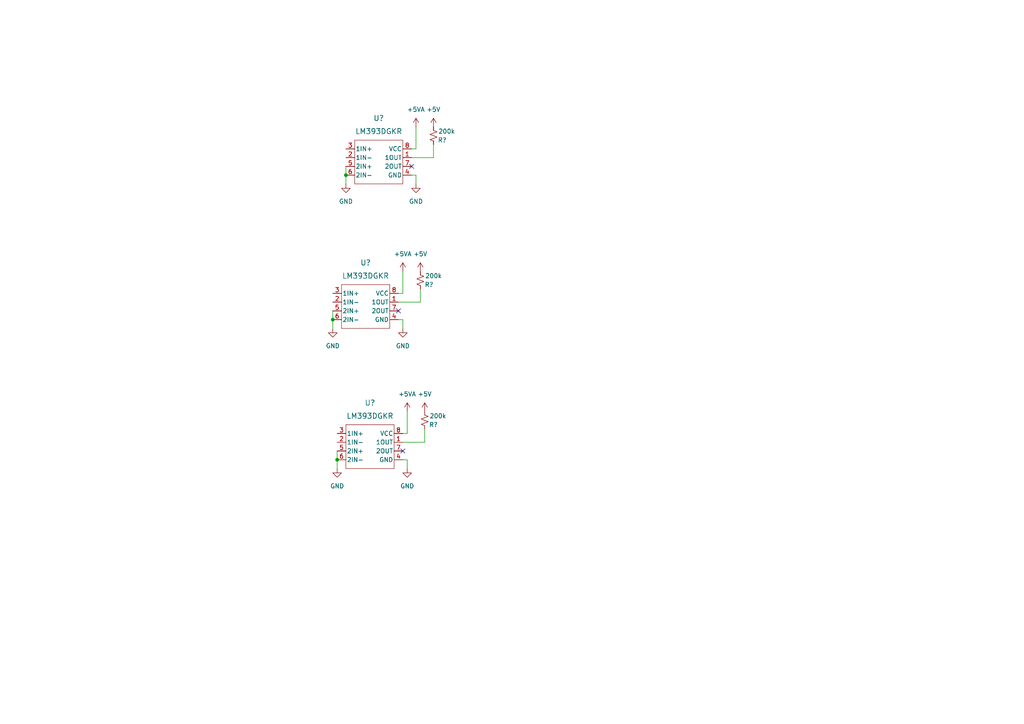
<source format=kicad_sch>
(kicad_sch (version 20211123) (generator eeschema)
  (paper "A4")
  (lib_symbols
    (symbol "Device:R_Small_US" (pin_numbers hide) (pin_names (offset 0.254) hide)
      (property "Reference" "R" (at 0.762 0.508 0))
      (property "Value" "R_Small_US" (at 0.762 -1.016 0))
      (symbol "R_Small_US_1_1"
        (polyline (pts (xy 0 0) (xy 1.016 -0.381) (xy 0 -0.762) (xy -1.016 -1.143) (xy 0 -1.524)))
        (polyline (pts (xy 0 1.524) (xy 1.016 1.143) (xy 0 0.762) (xy -1.016 0.381) (xy 0 0)))
        (pin passive line (at 0 2.54 270) (length 1.016) (name "~") (number "1"))
        (pin passive line (at 0 -2.54 90) (length 1.016) (name "~") (number "2"))
      )
    )
    (symbol "SymLib:LM393DGKR" (pin_names (offset 0.254))
      (property "Reference" "U" (at 22.86 3.81 0))
      (property "Value" "LM393DGKR" (at 29.21 -11.43 0))
      (symbol "LM393DGKR_0_1"
        (polyline (pts (xy 21.59 -10.16) (xy 35.56 -10.16)) (stroke (width 0.127)))
        (polyline (pts (xy 21.59 2.54) (xy 21.59 -10.16)) (stroke (width 0.127)))
        (polyline (pts (xy 35.56 -10.16) (xy 35.56 2.54)) (stroke (width 0.127)))
        (polyline (pts (xy 35.56 2.54) (xy 21.59 2.54)) (stroke (width 0.127)))
        (pin output line (at 38.1 -2.54 180) (length 2.54) (name "1OUT") (number "1"))
        (pin input line (at 19.05 -2.54 0) (length 2.54) (name "1IN-") (number "2"))
        (pin input line (at 19.05 0 0) (length 2.54) (name "1IN+") (number "3"))
        (pin power_in line (at 38.1 -7.62 180) (length 2.54) (name "GND") (number "4"))
        (pin input line (at 19.05 -5.08 0) (length 2.54) (name "2IN+") (number "5"))
        (pin input line (at 19.05 -7.62 0) (length 2.54) (name "2IN-") (number "6"))
        (pin output line (at 38.1 -5.08 180) (length 2.54) (name "2OUT") (number "7"))
        (pin power_in line (at 38.1 0 180) (length 2.54) (name "VCC") (number "8"))
      )
    )
    (symbol "power:+5V" (power) (pin_names (offset 0))
      (property "Value" "+5V" (at 0 3.556 0))
      (symbol "+5V_0_1"
        (polyline (pts (xy -0.762 1.27) (xy 0 2.54)))
        (polyline (pts (xy 0 0) (xy 0 2.54)))
        (polyline (pts (xy 0 2.54) (xy 0.762 1.27)))
      )
      (symbol "+5V_1_1"
        (pin power_in line (at 0 0 90) (length 0) hide (name "+5V") (number "1"))
      )
    )
    (symbol "power:+5VA" (power) (pin_names (offset 0))
      (property "Value" "+5VA" (at 0 3.556 0))
      (symbol "+5VA_0_1"
        (polyline (pts (xy -0.762 1.27) (xy 0 2.54)))
        (polyline (pts (xy 0 0) (xy 0 2.54)))
        (polyline (pts (xy 0 2.54) (xy 0.762 1.27)))
      )
      (symbol "+5VA_1_1"
        (pin power_in line (at 0 0 90) (length 0) hide (name "+5VA") (number "1"))
      )
    )
    (symbol "power:GND" (power) (pin_names (offset 0))
      (property "Value" "GND" (at 0 -3.81 0))
      (symbol "GND_0_1"
        (polyline (pts (xy 0 0) (xy 0 -1.27) (xy 1.27 -1.27) (xy 0 -2.54) (xy -1.27 -1.27) (xy 0 -1.27)))
      )
      (symbol "GND_1_1"
        (pin power_in line (at 0 0 270) (length 0) hide (name "GND") (number "1"))
      )
    )
  )
  (junction (at 100.33 50.8))
  (junction (at 96.52 92.71))
  (junction (at 97.79 133.35))
  (no_connect (at 116.84 130.81))
  (no_connect (at 115.57 90.17))
  (no_connect (at 119.38 48.26))
  (wire (pts (xy 116.84 128.27) (xy 123.19 128.27)))
  (wire (pts (xy 116.84 133.35) (xy 118.11 133.35)))
  (wire (pts (xy 125.73 41.91) (xy 125.73 45.72)))
  (wire (pts (xy 96.52 90.17) (xy 96.52 92.71)))
  (wire (pts (xy 116.84 92.71) (xy 116.84 95.25)))
  (wire (pts (xy 120.65 36.83) (xy 120.65 43.18)))
  (wire (pts (xy 100.33 48.26) (xy 100.33 50.8)))
  (wire (pts (xy 97.79 133.35) (xy 97.79 135.89)))
  (wire (pts (xy 118.11 133.35) (xy 118.11 135.89)))
  (wire (pts (xy 120.65 50.8) (xy 120.65 53.34)))
  (wire (pts (xy 100.33 50.8) (xy 100.33 53.34)))
  (wire (pts (xy 97.79 130.81) (xy 97.79 133.35)))
  (wire (pts (xy 115.57 92.71) (xy 116.84 92.71)))
  (wire (pts (xy 123.19 124.46) (xy 123.19 128.27)))
  (wire (pts (xy 119.38 43.18) (xy 120.65 43.18)))
  (wire (pts (xy 116.84 125.73) (xy 118.11 125.73)))
  (wire (pts (xy 119.38 45.72) (xy 125.73 45.72)))
  (wire (pts (xy 118.11 119.38) (xy 118.11 125.73)))
  (wire (pts (xy 116.84 78.74) (xy 116.84 85.09)))
  (wire (pts (xy 96.52 92.71) (xy 96.52 95.25)))
  (wire (pts (xy 119.38 50.8) (xy 120.65 50.8)))
  (wire (pts (xy 115.57 85.09) (xy 116.84 85.09)))
  (wire (pts (xy 121.92 83.82) (xy 121.92 87.63)))
  (wire (pts (xy 115.57 87.63) (xy 121.92 87.63)))
  (symbol (lib_id "power:+5V") (at 123.19 119.38 0) (unit 1)
    (property "Reference" "#PWR?" (effects hide))
    (property "Value" "+5V" (at 123.19 114.3 0))
  )
  (symbol (lib_id "SymLib:LM393DGKR") (at 77.47 85.09 0) (unit 1)
    (property "Reference" "U?" (at 106.045 76.2 0) (effects (font (size 1.524 1.524))))
    (property "Value" "LM393DGKR" (at 106.045 80.01 0) (effects (font (size 1.524 1.524))))
    (property "Footprint" "DGK8" (effects hide))
    (property "Datasheet" "LM393DGKR" (effects hide))
  )
  (symbol (lib_id "Device:R_Small_US") (at 121.92 81.28 0) (unit 1)
    (property "Reference" "R?" (at 124.46 82.55 0))
    (property "Value" "200k" (at 125.73 80.01 0))
    (property "Footprint" "Resistor_SMD:R_0603_1608Metric" (effects hide))
  )
  (symbol (lib_id "SymLib:LM393DGKR") (at 78.74 125.73 0) (unit 1)
    (property "Reference" "U?" (at 107.315 116.84 0) (effects (font (size 1.524 1.524))))
    (property "Value" "LM393DGKR" (at 107.315 120.65 0) (effects (font (size 1.524 1.524))))
    (property "Footprint" "DGK8" (effects hide))
    (property "Datasheet" "LM393DGKR" (effects hide))
  )
  (symbol (lib_id "power:+5VA") (at 116.84 78.74 0) (unit 1)
    (property "Reference" "#PWR?" (effects hide))
    (property "Value" "+5VA" (at 116.84 73.66 0))
  )
  (symbol (lib_id "power:GND") (at 120.65 53.34 0) (unit 1)
    (property "Reference" "#PWR?" (effects hide))
    (property "Value" "GND" (at 120.65 58.42 0))
  )
  (symbol (lib_id "power:+5VA") (at 120.65 36.83 0) (unit 1)
    (property "Reference" "#PWR?" (effects hide))
    (property "Value" "+5VA" (at 120.65 31.75 0))
  )
  (symbol (lib_id "SymLib:LM393DGKR") (at 81.28 43.18 0) (unit 1)
    (property "Reference" "U?" (at 109.855 34.29 0) (effects (font (size 1.524 1.524))))
    (property "Value" "LM393DGKR" (at 109.855 38.1 0) (effects (font (size 1.524 1.524))))
    (property "Footprint" "DGK8" (effects hide))
    (property "Datasheet" "LM393DGKR" (effects hide))
  )
  (symbol (lib_id "power:+5VA") (at 118.11 119.38 0) (unit 1)
    (property "Reference" "#PWR?" (effects hide))
    (property "Value" "+5VA" (at 118.11 114.3 0))
  )
  (symbol (lib_id "power:GND") (at 96.52 95.25 0) (unit 1)
    (property "Reference" "#PWR?" (effects hide))
    (property "Value" "GND" (at 96.52 100.33 0))
  )
  (symbol (lib_id "power:+5V") (at 121.92 78.74 0) (unit 1)
    (property "Reference" "#PWR?" (effects hide))
    (property "Value" "+5V" (at 121.92 73.66 0))
  )
  (symbol (lib_id "Device:R_Small_US") (at 123.19 121.92 0) (unit 1)
    (property "Reference" "R?" (at 125.73 123.19 0))
    (property "Value" "200k" (at 127 120.65 0))
    (property "Footprint" "Resistor_SMD:R_0603_1608Metric" (effects hide))
  )
  (symbol (lib_id "power:GND") (at 116.84 95.25 0) (unit 1)
    (property "Reference" "#PWR?" (effects hide))
    (property "Value" "GND" (at 116.84 100.33 0))
  )
  (symbol (lib_id "power:GND") (at 97.79 135.89 0) (unit 1)
    (property "Reference" "#PWR?" (effects hide))
    (property "Value" "GND" (at 97.79 140.97 0))
  )
  (symbol (lib_id "power:GND") (at 100.33 53.34 0) (unit 1)
    (property "Reference" "#PWR?" (effects hide))
    (property "Value" "GND" (at 100.33 58.42 0))
  )
  (symbol (lib_id "power:+5V") (at 125.73 36.83 0) (unit 1)
    (property "Reference" "#PWR?" (effects hide))
    (property "Value" "+5V" (at 125.73 31.75 0))
  )
  (symbol (lib_id "Device:R_Small_US") (at 125.73 39.37 0) (unit 1)
    (property "Reference" "R?" (at 128.27 40.64 0))
    (property "Value" "200k" (at 129.54 38.1 0))
    (property "Footprint" "Resistor_SMD:R_0603_1608Metric" (effects hide))
  )
  (symbol (lib_id "power:GND") (at 118.11 135.89 0) (unit 1)
    (property "Reference" "#PWR?" (effects hide))
    (property "Value" "GND" (at 118.11 140.97 0))
  )
)
</source>
